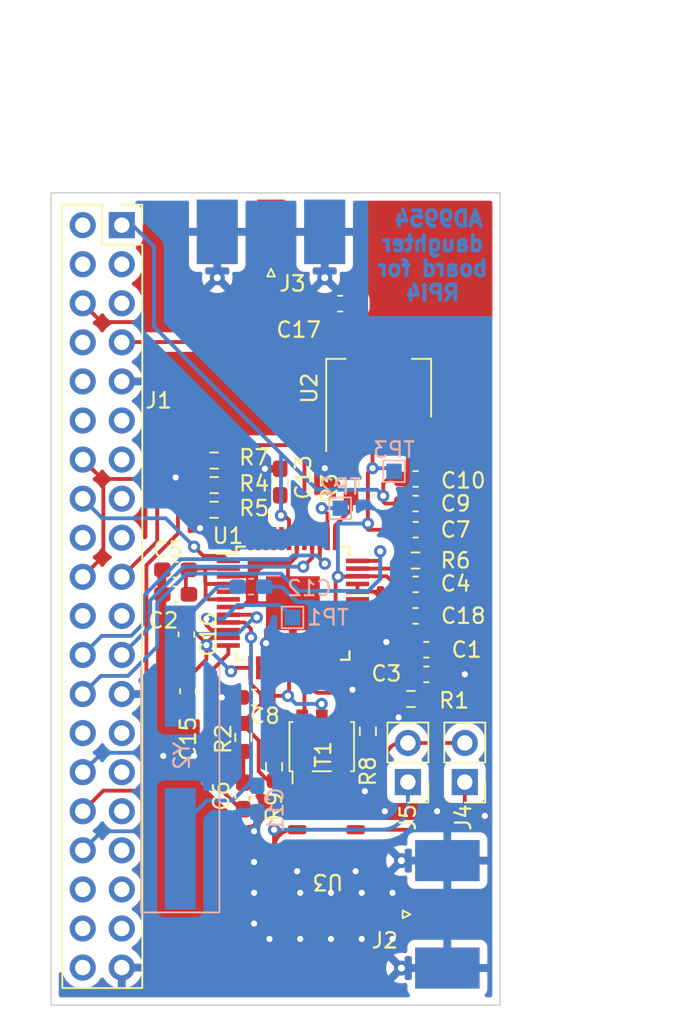
<source format=kicad_pcb>
(kicad_pcb (version 20211014) (generator pcbnew)
  (layers (0 "F.Cu" signal) (31 "B.Cu" signal) (34 "B.Paste" user) (35 "F.Paste" user) (36 "B.SilkS" user "B.Silkscreen") (37 "F.SilkS" user "F.Silkscreen") (38 "B.Mask" user) (39 "F.Mask" user) (44 "Edge.Cuts" user))
  (net 0 "")
  (net 1 "Net-(C1-Pad1)")
  (net 2 "GND")
  (net 3 "Net-(C6-Pad1)")
  (net 4 "Net-(C6-Pad2)")
  (net 6 "Net-(J2-Pad1)")
  (net 7 "Net-(R1-Pad1)")
  (net 8 "Net-(C11-Pad1)")
  (net 9 "Net-(C12-Pad1)")
  (net 10 "Net-(J1-Pad26)")
  (net 11 "Net-(J1-Pad32)")
  (net 12 "Net-(R3-Pad2)")
  (net 13 "Net-(J1-Pad24)")
  (net 14 "Net-(J1-Pad23)")
  (net 15 "Net-(J1-Pad19)")
  (net 18 "Net-(R4-Pad1)")
  (net 34 "Net-(R5-Pad1)")
  (net 41 "Net-(C10-Pad1)")
  (net 42 "Net-(R6-Pad2)")
  (net 43 "Net-(R7-Pad2)")
  (net 44 "Net-(TP1-Pad1)")
  (net 45 "Net-(TP2-Pad1)")
  (net 48 "Net-(J1-Pad7)")
  (net 49 "Net-(J4-Pad1)")
  (net 50 "Net-(J4-Pad2)")
  (net 51 "Net-(C3-Pad2)")
  (net 53 "Net-(R8-Pad1)")
  (net 54 "Net-(R9-Pad1)")
  (net 55 "IO_UPDATE")
  (footprint "Capacitor_SMD:C_0603_1608Metric_Pad1.08x0.95mm_HandSolder" (layer "F.Cu") (at 133.6 102.2 -90)
    (fp_text reference "C16")
    (fp_text value "100n")
  )
  (footprint "Connector_PinHeader_2.54mm:PinHeader_1x02_P2.54mm_Vertical" (layer "F.Cu") (at 148 111.8 180)
    (fp_text reference "J5")
    (fp_text value "Conn_01x02_Male")
  )
  (footprint "Capacitor_SMD:C_0603_1608Metric_Pad1.08x0.95mm_HandSolder" (layer "F.Cu") (at 132.9 98 180)
    (fp_text reference "C5")
    (fp_text value "100n")
  )
  (footprint "Capacitor_SMD:C_0603_1608Metric_Pad1.08x0.95mm_HandSolder" (layer "F.Cu") (at 148.5 93.7)
    (fp_text reference "C9")
    (fp_text value "1n")
  )
  (footprint "Capacitor_SMD:C_0603_1608Metric_Pad1.08x0.95mm_HandSolder" (layer "F.Cu") (at 132.9 99.6 180)
    (fp_text reference "C2")
    (fp_text value "C")
  )
  (footprint "Capacitor_SMD:C_0603_1608Metric_Pad1.08x0.95mm_HandSolder" (layer "F.Cu") (at 148.5 95.4)
    (fp_text reference "C7")
    (fp_text value "100n")
  )
  (footprint "Package_QFP:TQFP-48-1EP_7x7mm_P0.5mm_EP3.5x3.5mm" (layer "F.Cu") (at 140.525 100.175)
    (fp_text reference "U1")
    (fp_text value "AD9951")
  )
  (footprint "Resistor_SMD:R_0603_1608Metric_Pad0.98x0.95mm_HandSolder" (layer "F.Cu") (at 135.4 92.5 180)
    (fp_text reference "R4")
    (fp_text value "0")
  )
  (footprint "Capacitor_SMD:C_0603_1608Metric_Pad1.08x0.95mm_HandSolder" (layer "F.Cu") (at 138 106.3 180)
    (fp_text reference "C8")
    (fp_text value "100n")
  )
  (footprint "Resistor_SMD:R_0603_1608Metric_Pad0.98x0.95mm_HandSolder" (layer "F.Cu") (at 144.3 92.4 -90)
    (fp_text reference "R3")
    (fp_text value "0")
  )
  (footprint "Capacitor_SMD:C_0603_1608Metric_Pad1.08x0.95mm_HandSolder" (layer "F.Cu") (at 149.2 103.2)
    (fp_text reference "C1")
    (fp_text value "100n")
  )
  (footprint "Resistor_SMD:R_0603_1608Metric_Pad0.98x0.95mm_HandSolder" (layer "F.Cu") (at 135.4 94.1 180)
    (fp_text reference "R5")
    (fp_text value "0")
  )
  (footprint "Resistor_SMD:R_0603_1608Metric_Pad0.98x0.95mm_HandSolder" (layer "F.Cu") (at 137.3 108.9 -90)
    (fp_text reference "R2")
    (fp_text value "243")
  )
  (footprint "Resistor_SMD:R_0603_1608Metric_Pad0.98x0.95mm_HandSolder" (layer "F.Cu") (at 148.2 106.4)
    (fp_text reference "R1")
    (fp_text value "3920")
  )
  (footprint "Capacitor_SMD:C_0603_1608Metric_Pad1.08x0.95mm_HandSolder" (layer "F.Cu") (at 148.5 101)
    (fp_text reference "C18")
    (fp_text value "100n")
  )
  (footprint "Capacitor_SMD:C_0603_1608Metric_Pad1.08x0.95mm_HandSolder" (layer "F.Cu") (at 133.7 105.9 -90)
    (fp_text reference "C15")
    (fp_text value "100n")
  )
  (footprint "Capacitor_SMD:C_0603_1608Metric_Pad1.08x0.95mm_HandSolder" (layer "F.Cu") (at 137.3 112.7 90)
    (fp_text reference "C6")
    (fp_text value "10n")
  )
  (footprint "Capacitor_SMD:C_0603_1608Metric_Pad1.08x0.95mm_HandSolder" (layer "F.Cu") (at 148.5 98.95)
    (fp_text reference "C4")
    (fp_text value "100n")
  )
  (footprint "SAW:5x5" (layer "F.Cu") (at 142.7 114.9 180)
    (fp_text reference "U3")
    (fp_text value "5x5")
  )
  (footprint "Resistor_SMD:R_0603_1608Metric_Pad0.98x0.95mm_HandSolder" (layer "F.Cu") (at 148.5 97.4 180)
    (fp_text reference "R6")
    (fp_text value "0")
  )
  (footprint "Resistor_SMD:R_0603_1608Metric_Pad0.98x0.95mm_HandSolder" (layer "F.Cu") (at 135.4 90.9)
    (fp_text reference "R7")
    (fp_text value "0")
  )
  (footprint "Transformer_SMD:Transformer_MACOM_SM-22" (layer "F.Cu") (at 142.4 109.5 90)
    (fp_text reference "T1")
    (fp_text value "Transformer_1P_SS")
  )
  (footprint "Connector_PinSocket_2.54mm:PinSocket_2x20_P2.54mm_Vertical" (layer "F.Cu") (at 129.4 75.6)
    (fp_text reference "J1")
    (fp_text value "Raspberry_Pi_2_3")
  )
  (footprint "Capacitor_SMD:C_0603_1608Metric_Pad1.08x0.95mm_HandSolder" (layer "F.Cu") (at 139.7 92.3 90)
    (fp_text reference "C13")
    (fp_text value "100n")
  )
  (footprint "Capacitor_SMD:C_0603_1608Metric_Pad1.08x0.95mm_HandSolder" (layer "F.Cu") (at 149.2 104.8 180)
    (fp_text reference "C3")
    (fp_text value "1u")
  )
  (footprint "Connector_Coaxial:SMA_Molex_73251-2120_EdgeMount_Horizontal" (layer "F.Cu") (at 150.565 120.4)
    (fp_text reference "J2")
    (fp_text value "Conn_Coaxial")
  )
  (footprint "Package_TO_SOT_SMD:SOT-223-3_TabPin2" (layer "F.Cu") (at 146.1 86.2 90)
    (fp_text reference "U2")
    (fp_text value "LM1117-1.8")
  )
  (footprint "Resistor_SMD:R_0603_1608Metric_Pad0.98x0.95mm_HandSolder" (layer "F.Cu") (at 145.4 108.5 -90)
    (fp_text reference "R8")
    (fp_text value "25")
  )
  (footprint "Capacitor_SMD:C_0603_1608Metric_Pad1.08x0.95mm_HandSolder" (layer "F.Cu") (at 143.6 80.7 180)
    (fp_text reference "C17")
    (fp_text value "100n")
  )
  (footprint "Capacitor_SMD:C_0603_1608Metric_Pad1.08x0.95mm_HandSolder" (layer "F.Cu") (at 148.5 92.1)
    (fp_text reference "C10")
    (fp_text value "4.7u")
  )
  (footprint "Connector_Coaxial:SMA_Molex_73251-2120_EdgeMount_Horizontal" (layer "F.Cu") (at 139.1 76.035 90)
    (fp_text reference "J3")
    (fp_text value "Conn_Coaxial")
  )
  (footprint "Connector_PinHeader_2.54mm:PinHeader_1x02_P2.54mm_Vertical" (layer "F.Cu") (at 151.7 111.8 180)
    (fp_text reference "J4")
    (fp_text value "Conn_01x02_Male")
  )
  (footprint "Resistor_SMD:R_0603_1608Metric_Pad0.98x0.95mm_HandSolder" (layer "F.Cu") (at 139.3 110.8 -90)
    (fp_text reference "R9")
    (fp_text value "25")
  )
  (footprint "Capacitor_SMD:C_0603_1608Metric_Pad1.08x0.95mm_HandSolder" (layer "B.Cu") (at 137.8 99.1)
    (fp_text reference "C12")
    (fp_text value "27p")
  )
  (footprint "TestPoint:TestPoint_Pad_1.0x1.0mm" (layer "B.Cu") (at 140.5 101.1 180)
    (fp_text reference "TP1")
    (fp_text value "TestPoint")
  )
  (footprint "Crystal:Crystal_SMD_HC49-SD_HandSoldering" (layer "B.Cu") (at 133.2 110.2 90)
    (fp_text reference "Y2")
    (fp_text value "20M")
  )
  (footprint "TestPoint:TestPoint_Pad_1.0x1.0mm" (layer "B.Cu") (at 147.1 91.6 180)
    (fp_text reference "TP3")
    (fp_text value "TestPoint")
  )
  (footprint "Capacitor_SMD:C_0603_1608Metric_Pad1.08x0.95mm_HandSolder" (layer "B.Cu") (at 138.2 112.9 -90)
    (fp_text reference "C11")
    (fp_text value "27p")
  )
  (footprint "TestPoint:TestPoint_Pad_1.0x1.0mm" (layer "B.Cu") (at 143.6 94 180)
    (fp_text reference "TP2")
    (fp_text value "TestPoint")
  )
  (gr_rect (start 154 126.3) (end 124.8 73.5) (layer "Edge.Cuts") (width 0.1) (fill none))
  (gr_text "AD9954 \ndaughter\nboard for\nRPi4" (at 149.6 77.6) (layer "B.Cu") (effects (font (size 1 1) (thickness 0.25)) (justify mirror)))
  (segment (start 143.3 101.3) (end 143.3 98.6) (width 0.25) (layer "F.Cu") (net 1))
  (segment (start 142.4 109.1) (end 142.4 107.785) (width 0.25) (layer "F.Cu") (net 1))
  (segment (start 134.9 103.8375) (end 133.7 105.0375) (width 0.25) (layer "F.Cu") (net 1))
  (segment (start 137.775 105.4125) (end 138.6625 106.3) (width 0.25) (layer "F.Cu") (net 1))
  (segment (start 144.725 102.925) (end 145.4 103.6) (width 0.25) (layer "F.Cu") (net 1))
  (segment (start 140.275 104.375) (end 140.275 106.125) (width 0.25) (layer "F.Cu") (net 1))
  (segment (start 138.3 111.1) (end 138.9125 111.7125) (width 0.25) (layer "F.Cu") (net 1))
  (segment (start 138.9625 106.2) (end 138.8625 106.3) (width 0.25) (layer "F.Cu") (net 1))
  (segment (start 139.275 105.8875) (end 138.8625 106.3) (width 0.25) (layer "F.Cu") (net 1))
  (segment (start 135.275 102.425) (end 135 102.7) (width 0.25) (layer "F.Cu") (net 1))
  (segment (start 136.325 99.925) (end 135.025 99.925) (width 0.25) (layer "F.Cu") (net 1))
  (segment (start 144.4625 81.4125) (end 146.1 83.05) (width 0.25) (layer "F.Cu") (net 1))
  (segment (start 134.85 98.85) (end 134.825 98.825) (width 0.25) (layer "F.Cu") (net 1))
  (segment (start 135.025 99.925) (end 134.85 99.75) (width 0.25) (layer "F.Cu") (net 1))
  (segment (start 136.325 102.425) (end 135.275 102.425) (width 0.25) (layer "F.Cu") (net 1))
  (segment (start 134.85 99.85) (end 134.85 99.75) (width 0.25) (layer "F.Cu") (net 1))
  (segment (start 137.3 107.9) (end 138.6625 106.5375) (width 0.25) (layer "F.Cu") (net 1))
  (segment (start 148.3375 102.4375) (end 148.3375 103.2) (width 0.25) (layer "F.Cu") (net 1))
  (segment (start 142.4 106.5) (end 142.4 106.714477) (width 0.25) (layer "F.Cu") (net 1))
  (segment (start 138.3 109.1) (end 138.3 111.1) (width 0.25) (layer "F.Cu") (net 1))
  (segment (start 145.7 91.4) (end 145.4 91.7) (width 0.25) (layer "F.Cu") (net 1))
  (segment (start 143.3 101.3) (end 143.3 102.1) (width 0.25) (layer "F.Cu") (net 1))
  (segment (start 143 102.7) (end 141.4 102.7) (width 0.25) (layer "F.Cu") (net 1))
  (segment (start 134.925 98.925) (end 134.85 98.85) (width 0.25) (layer "F.Cu") (net 1))
  (segment (start 147.6375 98.95) (end 147.15 98.95) (width 0.25) (layer "F.Cu") (net 1))
  (segment (start 142.7125 109.4125) (end 142.4 109.1) (width 0.25) (layer "F.Cu") (net 1))
  (segment (start 143 102.7) (end 143.15 102.55) (width 0.25) (layer "F.Cu") (net 1))
  (segment (start 141.4 102.7) (end 140.775 103.325) (width 0.25) (layer "F.Cu") (net 1))
  (segment (start 134.825 98.825) (end 134.825 97.925) (width 0.25) (layer "F.Cu") (net 1))
  (segment (start 139.275 104.375) (end 139.275 105.8875) (width 0.25) (layer "F.Cu") (net 1))
  (segment (start 137.3 107.9875) (end 137.3 108.1) (width 0.25) (layer "F.Cu") (net 1))
  (segment (start 133.5625 98) (end 133.5625 99.6) (width 0.25) (layer "F.Cu") (net 1))
  (segment (start 143.3 102.55) (end 143.3 102.1) (width 0.25) (layer "F.Cu") (net 1))
  (segment (start 147.9375 103.6) (end 148.3375 103.2) (width 0.25) (layer "F.Cu") (net 1))
  (segment (start 137.775 104.375) (end 136.725 104.375) (width 0.25) (layer "F.Cu") (net 1))
  (segment (start 138.6625 106.3) (end 139.2375 106.3) (width 0.25) (layer "F.Cu") (net 1))
  (segment (start 143.475 101.925) (end 144.725 101.925) (width 0.25) (layer "F.Cu") (net 1))
  (segment (start 133.9 101.8) (end 133.9 101.4) (width 0.25) (layer "F.Cu") (net 1))
  (segment (start 134.85 99.75) (end 134.85 98.85) (width 0.25) (layer "F.Cu") (net 1))
  (segment (start 145.4 103.6) (end 147.9375 103.6) (width 0.25) (layer "F.Cu") (net 1))
  (segment (start 136.325 98.925) (end 134.925 98.925) (width 0.25) (layer "F.Cu") (net 1))
  (segment (start 145.4 91.7) (end 145.4 94.6) (width 0.25) (layer "F.Cu") (net 1))
  (segment (start 143.675 100.925) (end 143.3 101.3) (width 0.25) (layer "F.Cu") (net 1))
  (segment (start 133.9 100.8) (end 134.85 99.85) (width 0.25) (layer "F.Cu") (net 1))
  (segment (start 133.9 101.8) (end 135 102.9) (width 0.25) (layer "F.Cu") (net 1))
  (segment (start 133.6 101.3375) (end 133.8375 101.3375) (width 0.25) (layer "F.Cu") (net 1))
  (segment (start 145.7 89.35) (end 145.7 83.05) (width 0.25) (layer "F.Cu") (net 1))
  (segment (start 144.725 98.425) (end 146.625 98.425) (width 0.25) (layer "F.Cu") (net 1))
  (segment (start 140.275 106.125) (end 140.2 106.2) (width 0.25) (layer "F.Cu") (net 1))
  (segment (start 146.625 98.425) (end 147 98.8) (width 0.25) (layer "F.Cu") (net 1))
  (segment (start 134.825 97.925) (end 133.6375 97.925) (width 0.25) (layer "F.Cu") (net 1))
  (segment (start 138.9125 111.7125) (end 139.3 111.7125) (width 0.25) (layer "F.Cu") (net 1))
  (segment (start 143.45 98.45) (end 144.7 98.45) (width 0.25) (layer "F.Cu") (net 1))
  (segment (start 142.4 107.785) (end 142.4 106.6) (width 0.25) (layer "F.Cu") (net 1))
  (segment (start 133.8375 101.3375) (end 133.9 101.4) (width 0.25) (layer "F.Cu") (net 1))
  (segment (start 145.7 88.5) (end 145.7 91.4) (width 0.25) (layer "F.Cu") (net 1))
  (segment (start 137.3 108.1) (end 138.3 109.1) (width 0.25) (layer "F.Cu") (net 1))
  (segment (start 147.5625 100.925) (end 144.725 100.925) (width 0.25) (layer "F.Cu") (net 1))
  (segment (start 134.9 102.9) (end 134.9 103.8375) (width 0.25) (layer "F.Cu") (net 1))
  (segment (start 144.725 100.925) (end 143.675 100.925) (width 0.25) (layer "F.Cu") (net 1))
  (segment (start 143.15 102.55) (end 143.3 102.55) (width 0.25) (layer "F.Cu") (net 1))
  (segment (start 136.325 97.925) (end 134.825 97.925) (width 0.25) (layer "F.Cu") (net 1))
  (segment (start 145.4 109.4125) (end 142.7125 109.4125) (width 0.25) (layer "F.Cu") (net 1))
  (segment (start 147.825 101.925) (end 148.3375 102.4375) (width 0.25) (layer "F.Cu") (net 1))
  (segment (start 142.4 106.6) (end 142.4 106.5) (width 0.25) (layer "F.Cu") (net 1))
  (segment (start 147.6375 101) (end 147.5625 100.925) (width 0.25) (layer "F.Cu") (net 1))
  (segment (start 144.7 98.45) (end 144.725 98.425) (width 0.25) (layer "F.Cu") (net 1))
  (segment (start 133.9 101.4) (end 133.9 100.8) (width 0.25) (layer "F.Cu") (net 1))
  (segment (start 140.775 103.325) (end 140.775 104.375) (width 0.25) (layer "F.Cu") (net 1))
  (segment (start 144.725 101.925) (end 147.825 101.925) (width 0.25) (layer "F.Cu") (net 1))
  (segment (start 143.3 98.6) (end 143.45 98.45) (width 0.25) (layer "F.Cu") (net 1))
  (segment (start 138.6625 106.5375) (end 138.6625 106.3) (width 0.25) (layer "F.Cu") (net 1))
  (segment (start 137.775 104.375) (end 137.775 105.4125) (width 0.25) (layer "F.Cu") (net 1))
  (segment (start 143.3 102.1) (end 143.475 101.925) (width 0.25) (layer "F.Cu") (net 1))
  (segment (start 135 102.7) (end 135 102.9) (width 0.25) (layer "F.Cu") (net 1))
  (segment (start 140.2 106.2) (end 138.9625 106.2) (width 0.25) (layer "F.Cu") (net 1))
  (segment (start 136.725 104.375) (end 136.5 104.6) (width 0.25) (layer "F.Cu") (net 1))
  (segment (start 147.6375 95.4) (end 145.4 95.4) (width 0.25) (layer "F.Cu") (net 1))
  (segment (start 144.4625 80.7) (end 144.4625 81.4125) (width 0.25) (layer "F.Cu") (net 1))
  (segment (start 140.775 104.375) (end 140.275 104.375) (width 0.25) (layer "F.Cu") (net 1))
  (via (at 140.2 106.2) (size 0.8) (drill 0.4) (layers "F.Cu" "B.Cu") (net 1))
  (via (at 142.389977 106.7245) (size 0.8) (drill 0.4) (layers "F.Cu" "B.Cu") (net 1))
  (via (at 136.5 104.6) (size 0.8) (drill 0.4) (layers "F.Cu" "B.Cu") (net 1))
  (via (at 143.45 98.45) (size 0.8) (drill 0.4) (layers "F.Cu" "B.Cu") (net 1))
  (via (at 145.7 91.4) (size 0.8) (drill 0.4) (layers "F.Cu" "B.Cu") (net 1))
  (via (at 145.4 95) (size 0.8) (drill 0.4) (layers "F.Cu" "B.Cu") (net 1))
  (via (at 134.9 102.9) (size 0.8) (drill 0.4) (layers "F.Cu" "B.Cu") (net 1))
  (arc (start 142.4 106.714477) (mid 142.397064 106.721564) (end 142.389977 106.7245) (width 0.25) (layer "F.Cu") (net 1))
  (arc (start 147.15 98.95) (mid 147.043934 98.906066) (end 147 98.8) (width 0.25) (layer "F.Cu") (net 1))
  (segment (start 135 102.9) (end 135 103.1) (width 0.25) (layer "B.Cu") (net 1))
  (segment (start 145.7 91.4) (end 146.9 91.4) (width 0.25) (layer "B.Cu") (net 1))
  (segment (start 143.45 95) (end 143.45 98.45) (width 0.25) (layer "B.Cu") (net 1))
  (segment (start 142.389977 106.7245) (end 140.7245 106.7245) (width 0.25) (layer "B.Cu") (net 1))
  (segment (start 146.9 91.4) (end 147.1 91.6) (width 0.25) (layer "B.Cu") (net 1))
  (segment (start 135 103.1) (end 136.5 104.6) (width 0.25) (layer "B.Cu") (net 1))
  (segment (start 140.7245 106.7245) (end 140.2 106.2) (width 0.25) (layer "B.Cu") (net 1))
  (segment (start 143.45 95) (end 145 95) (width 0.25) (layer "B.Cu") (net 1))
  (segment (start 137.6 99.7) (end 137.6 100.05) (width 0.25) (layer "F.Cu") (net 2))
  (segment (start 138.125 100.175) (end 140.525 100.175) (width 0.25) (layer "F.Cu") (net 2))
  (segment (start 138.775 103.325) (end 138.775 104.375) (width 0.25) (layer "F.Cu") (net 2))
  (segment (start 138.275 104.375) (end 138.775 104.375) (width 0.25) (layer "F.Cu") (net 2))
  (segment (start 140.2 97.7) (end 140.2 99.85) (width 0.25) (layer "F.Cu") (net 2))
  (segment (start 138.775 101.925) (end 140.525 100.175) (width 0.25) (layer "F.Cu") (net 2))
  (segment (start 137.475 99.425) (end 137.6 99.55) (width 0.25) (layer "F.Cu") (net 2))
  (segment (start 149.4 98.9875) (end 149.3625 98.95) (width 0.25) (layer "F.Cu") (net 2))
  (segment (start 137.6 100.05) (end 137.225 100.425) (width 0.25) (layer "F.Cu") (net 2))
  (segment (start 139.775 104.375) (end 139.775 103.175) (width 0.25) (layer "F.Cu") (net 2))
  (segment (start 142.275 105.425) (end 142.35 105.5) (width 0.25) (layer "F.Cu") (net 2))
  (segment (start 136.325 98.425) (end 137.525 98.425) (width 0.25) (layer "F.Cu") (net 2))
  (segment (start 144.725 99.425) (end 145.825 99.425) (width 0.25) (layer "F.Cu") (net 2))
  (segment (start 128.12 92.1) (end 130.7 92.1) (width 0.25) (layer "F.Cu") (net 2))
  (segment (start 139.7 91.4375) (end 138.7 91.4375) (width 0.25) (layer "F.Cu") (net 2))
  (segment (start 144.725 102.425) (end 146.325 102.425) (width 0.25) (layer "F.Cu") (net 2))
  (segment (start 144.725 98.925) (end 144.725 99.425) (width 0.25) (layer "F.Cu") (net 2))
  (segment (start 140.775 95.975) (end 140.775 97.125) (width 0.25) (layer "F.Cu") (net 2))
  (segment (start 131.8375 98) (end 131.8375 99.6) (width 0.25) (layer "F.Cu") (net 2))
  (segment (start 136.325 99.425) (end 137.475 99.425) (width 0.25) (layer "F.Cu") (net 2))
  (segment (start 149.4 99.9) (end 149.4 98.9875) (width 0.25) (layer "F.Cu") (net 2))
  (segment (start 144.1 105.5) (end 144.4 105.8) (width 0.25) (layer "F.Cu") (net 2))
  (segment (start 139.775 103.175) (end 139.65 103.05) (width 0.25) (layer "F.Cu") (net 2))
  (segment (start 134 90.9) (end 133.2 91.7) (width 0.25) (layer "F.Cu") (net 2))
  (segment (start 133.2 91.7) (end 132.9 92) (width 0.25) (layer "F.Cu") (net 2))
  (segment (start 137.225 100.425) (end 136.325 100.425) (width 0.25) (layer "F.Cu") (net 2))
  (segment (start 126.86 80.68) (end 128.08 81.9) (width 0.25) (layer "F.Cu") (net 2))
  (segment (start 146.325 102.425) (end 146.6 102.7) (width 0.25) (layer "F.Cu") (net 2))
  (segment (start 140.2 99.85) (end 140.525 100.175) (width 0.25) (layer "F.Cu") (net 2))
  (segment (start 137.525 98.425) (end 137.6 98.5) (width 0.25) (layer "F.Cu") (net 2))
  (segment (start 142.35 105.5) (end 144.1 105.5) (width 0.25) (layer "F.Cu") (net 2))
  (segment (start 140.775 97.125) (end 140.2 97.7) (width 0.25) (layer "F.Cu") (net 2))
  (segment (start 145.825 99.425) (end 146.3 99.9) (width 0.25) (layer "F.Cu") (net 2))
  (segment (start 146.3 99.9) (end 149.4 99.9) (width 0.25) (layer "F.Cu") (net 2))
  (segment (start 142.275 104.375) (end 142.275 105.425) (width 0.25) (layer "F.Cu") (net 2))
  (segment (start 126.86 98.46) (end 128.2 97.12) (width 0.25) (layer "F.Cu") (net 2))
  (segment (start 138 100.05) (end 137.6 100.05) (width 0.25) (layer "F.Cu") (net 2))
  (segment (start 138.775 103.175) (end 138.775 103.325) (width 0.25) (layer "F.Cu") (net 2))
  (segment (start 137.6 99.55) (end 137.6 99.7) (width 0.25) (layer "F.Cu") (net 2))
  (segment (start 134.4875 90.9) (end 134 90.9) (width 0.25) (layer "F.Cu") (net 2))
  (segment (start 138.775 102.775) (end 138.775 101.925) (width 0.25) (layer "F.Cu") (net 2))
  (segment (start 138.9 103.05) (end 138.775 103.175) (width 0.25) (layer "F.Cu") (net 2))
  (segment (start 128.08 81.9) (end 130.6 81.9) (width 0.25) (layer "F.Cu") (net 2))
  (segment (start 137.6 98.5) (end 137.6 99.7) (width 0.25) (layer "F.Cu") (net 2))
  (segment (start 128.2 97.12) (end 128.2 92.1) (width 0.25) (layer "F.Cu") (net 2))
  (segment (start 126.86 90.84) (end 128.12 92.1) (width 0.25) (layer "F.Cu") (net 2))
  (segment (start 138.125 100.175) (end 138 100.05) (width 0.25) (layer "F.Cu") (net 2))
  (segment (start 139.65 103.05) (end 138.9 103.05) (width 0.25) (layer "F.Cu") (net 2))
  (segment (start 133.2 91.7) (end 133.1 91.8) (width 0.25) (layer "F.Cu") (net 2))
  (segment (start 138.775 103.325) (end 138.775 102.775) (width 0.25) (layer "F.Cu") (net 2))
  (segment (start 134.4875 94.1) (end 134.4875 95.3) (width 0.25) (layer "F.Cu") (net 2))
  (via (at 138 117) (size 0.8) (drill 0.4) (layers "F.Cu" "B.Cu") (net 2))
  (via (at 138 121) (size 0.8) (drill 0.4) (layers "F.Cu" "B.Cu") (net 2))
  (via (at 147 119) (size 0.8) (drill 0.4) (layers "F.Cu" "B.Cu") (net 2))
  (via (at 151.7 104.8) (size 0.8) (drill 0.4) (layers "F.Cu" "B.Cu") (net 2))
  (via (at 132.1 110.1) (size 0.8) (drill 0.4) (layers "F.Cu" "B.Cu") (net 2))
  (via (at 138 115) (size 0.8) (drill 0.4) (layers "F.Cu" "B.Cu") (net 2))
  (via (at 135.9 106.3) (size 0.8) (drill 0.4) (layers "F.Cu" "B.Cu") (net 2))
  (via (at 138.775 102.775) (size 0.8) (drill 0.4) (layers "F.Cu" "B.Cu") (net 2))
  (via (at 142.6 91.4) (size 0.8) (drill 0.4) (layers "F.Cu" "B.Cu") (net 2))
  (via (at 149.9 113.7) (size 0.8) (drill 0.4) (layers "F.Cu" "B.Cu") (net 2))
  (via (at 139 122) (size 0.8) (drill 0.4) (layers "F.Cu" "B.Cu") (net 2))
  (via (at 147 122) (size 0.8) (drill 0.4) (layers "F.Cu" "B.Cu") (net 2))
  (via (at 145 119) (size 0.8) (drill 0.4) (layers "F.Cu" "B.Cu") (net 2))
  (via (at 141 119) (size 0.8) (drill 0.4) (layers "F.Cu" "B.Cu") (net 2))
  (via (at 146.5 113.7) (size 0.8) (drill 0.4) (layers "F.Cu" "B.Cu") (net 2))
  (via (at 138.7 91.4375) (size 0.8) (drill 0.4) (layers "F.Cu" "B.Cu") (net 2))
  (via (at 144.4 105.8) (size 0.8) (drill 0.4) (layers "F.Cu" "B.Cu") (net 2))
  (via (at 138 119) (size 0.8) (drill 0.4) (layers "F.Cu" "B.Cu") (net 2))
  (via (at 141 122) (size 0.8) (drill 0.4) (layers "F.Cu" "B.Cu") (net 2))
  (via (at 140.8 117.6) (size 0.8) (drill 0.4) (layers "F.Cu" "B.Cu") (net 2))
  (via (at 143 119) (size 0.8) (drill 0.4) (layers "F.Cu" "B.Cu") (net 2))
  (via (at 134.4875 95.3) (size 0.8) (drill 0.4) (layers "F.Cu" "B.Cu") (net 2))
  (via (at 145.2 112.4) (size 0.8) (drill 0.4) (layers "F.Cu" "B.Cu") (net 2))
  (via (at 143 122) (size 0.8) (drill 0.4) (layers "F.Cu" "B.Cu") (net 2))
  (via (at 147.4 107.6) (size 0.8) (drill 0.4) (layers "F.Cu" "B.Cu") (net 2))
  (via (at 134.1 110.1) (size 0.8) (drill 0.4) (layers "F.Cu" "B.Cu") (net 2))
  (via (at 153 114) (size 0.8) (drill 0.4) (layers "F.Cu" "B.Cu") (net 2))
  (via (at 144.6 117.6) (size 0.8) (drill 0.4) (layers "F.Cu" "B.Cu") (net 2))
  (via (at 132.9 92) (size 0.8) (drill 0.4) (layers "F.Cu" "B.Cu") (net 2))
  (via (at 145 122) (size 0.8) (drill 0.4) (layers "F.Cu" "B.Cu") (net 2))
  (via (at 146.6 102.7) (size 0.8) (drill 0.4) (layers "F.Cu" "B.Cu") (net 2))
  (segment (start 128.12 109.9) (end 130.5 109.9) (width 0.25) (layer "B.Cu") (net 2))
  (segment (start 126.86 111.16) (end 128.12 109.9) (width 0.25) (layer "B.Cu") (net 2))
  (segment (start 138.6625 99.1) (end 139.8 99.1) (width 0.25) (layer "B.Cu") (net 2))
  (segment (start 126.86 116.24) (end 128.1 115) (width 0.25) (layer "B.Cu") (net 2))
  (segment (start 140.8 100.1) (end 141.8 100.1) (width 0.25) (layer "B.Cu") (net 2))
  (segment (start 139.8 99.1) (end 140.8 100.1) (width 0.25) (layer "B.Cu") (net 2))
  (segment (start 128.1 115) (end 130.5 115) (width 0.25) (layer "B.Cu") (net 2))
  (segment (start 135.1 104.7) (end 135.1 111.5375) (width 0.25) (layer "F.Cu") (net 3))
  (segment (start 135.1 111.5375) (end 137.3 113.7375) (width 0.25) (layer "F.Cu") (net 3))
  (segment (start 136.325 102.925) (end 136.325 103.475) (width 0.25) (layer "F.Cu") (net 3))
  (segment (start 136.325 103.475) (end 135.1 104.7) (width 0.25) (layer "F.Cu") (net 3))
  (segment (start 137.3 109.9) (end 137.3 111.6625) (width 0.25) (layer "F.Cu") (net 4))
  (segment (start 151.165 120.4) (end 140.7 120.4) (width 0.25) (layer "F.Cu") (net 6))
  (segment (start 139.3 116.1) (end 139.3 117) (width 0.25) (layer "F.Cu") (net 6))
  (segment (start 139.3 119) (end 139.3 117) (width 0.25) (layer "F.Cu") (net 6))
  (segment (start 139.3 114.9) (end 139.3 116.1) (width 0.25) (layer "F.Cu") (net 6))
  (via (at 139.3 114.9) (size 0.8) (drill 0.4) (layers "F.Cu" "B.Cu") (net 6))
  (arc (start 140.5 114.9) (mid 139.651472 115.251472) (end 139.3 116.1) (width 0.25) (layer "F.Cu") (net 6))
  (arc (start 140.7 120.4) (mid 139.710051 119.989949) (end 139.3 119) (width 0.25) (layer "F.Cu") (net 6))
  (segment (start 146.3 114.9) (end 139.3 114.9) (width 0.25) (layer "B.Cu") (net 6))
  (segment (start 148 111.8) (end 148 113.2) (width 0.25) (layer "B.Cu") (net 6))
  (arc (start 148 113.2) (mid 147.502082 114.402082) (end 146.3 114.9) (width 0.25) (layer "B.Cu") (net 6))
  (segment (start 143.5 104.8) (end 144.9 104.8) (width 0.25) (layer "F.Cu") (net 7))
  (segment (start 146.5 106.4) (end 147.2875 106.4) (width 0.25) (layer "F.Cu") (net 7))
  (segment (start 143.275 104.575) (end 143.45 104.75) (width 0.25) (layer "F.Cu") (net 7))
  (segment (start 143.275 104.375) (end 143.275 104.575) (width 0.25) (layer "F.Cu") (net 7))
  (segment (start 144.9 104.8) (end 146.5 106.4) (width 0.25) (layer "F.Cu") (net 7))
  (arc (start 143.45 104.75) (mid 143.464645 104.785355) (end 143.5 104.8) (width 0.25) (layer "F.Cu") (net 7))
  (segment (start 137.375 101.425) (end 137.8 101.85) (width 0.25) (layer "F.Cu") (net 8))
  (segment (start 137.8 101.85) (end 137.8 102.4) (width 0.25) (layer "F.Cu") (net 8))
  (segment (start 136.325 101.425) (end 137.375 101.425) (width 0.25) (layer "F.Cu") (net 8))
  (via (at 137.8 102.4) (size 0.8) (drill 0.4) (layers "F.Cu" "B.Cu") (net 8))
  (segment (start 134.9375 113) (end 136.5 113) (width 0.25) (layer "B.Cu") (net 8))
  (segment (start 137.8 111.8) (end 136.6 113) (width 0.25) (layer "B.Cu") (net 8))
  (segment (start 137.8 102.4) (end 137.8 111.9) (width 0.25) (layer "B.Cu") (net 8))
  (segment (start 137.9375 112.0375) (end 137.8 111.9) (width 0.25) (layer "B.Cu") (net 8))
  (segment (start 133.3 114.6375) (end 134.9375 113) (width 0.25) (layer "B.Cu") (net 8))
  (segment (start 138.2 112.0375) (end 137.9375 112.0375) (width 0.25) (layer "B.Cu") (net 8))
  (segment (start 138.000498 100.925) (end 138.175498 101.1) (width 0.25) (layer "F.Cu") (net 9))
  (segment (start 136.325 100.925) (end 138.000498 100.925) (width 0.25) (layer "F.Cu") (net 9))
  (via (at 138.175498 101.1) (size 0.8) (drill 0.4) (layers "F.Cu" "B.Cu") (net 9))
  (segment (start 136.9375 99.1) (end 135.6375 99.1) (width 0.25) (layer "B.Cu") (net 9))
  (segment (start 138 101.1) (end 138.175498 101.1) (width 0.25) (layer "B.Cu") (net 9))
  (segment (start 136.925 102.175) (end 138 101.1) (width 0.25) (layer "B.Cu") (net 9))
  (segment (start 135.6375 99.1) (end 133.3 101.4375) (width 0.25) (layer "B.Cu") (net 9))
  (segment (start 133.8875 102.175) (end 133.3 102.7625) (width 0.25) (layer "B.Cu") (net 9))
  (segment (start 136.925 102.175) (end 133.8875 102.175) (width 0.25) (layer "B.Cu") (net 9))
  (segment (start 146.2 97.3) (end 146.2 96.9) (width 0.25) (layer "F.Cu") (net 10))
  (segment (start 146.075 97.425) (end 146.2 97.3) (width 0.25) (layer "F.Cu") (net 10))
  (segment (start 146.2 96.9) (end 146.2 96.8) (width 0.25) (layer "F.Cu") (net 10))
  (segment (start 144.725 97.425) (end 146.075 97.425) (width 0.25) (layer "F.Cu") (net 10))
  (via (at 146.2 96.8) (size 0.8) (drill 0.4) (layers "F.Cu" "B.Cu") (net 10))
  (segment (start 126.86 106.08) (end 128.04 104.9) (width 0.25) (layer "B.Cu") (net 10))
  (segment (start 129.8 104.9) (end 131.7 103) (width 0.25) (layer "B.Cu") (net 10))
  (segment (start 146.2 98.6) (end 146.2 96.8) (width 0.25) (layer "B.Cu") (net 10))
  (segment (start 133.625 98.25) (end 139.75 98.25) (width 0.25) (layer "B.Cu") (net 10))
  (segment (start 131.7 100.175) (end 133.625 98.25) (width 0.25) (layer "B.Cu") (net 10))
  (segment (start 139.75 98.25) (end 140.875 99.375) (width 0.25) (layer "B.Cu") (net 10))
  (segment (start 131.7 103) (end 131.7 100.175) (width 0.25) (layer "B.Cu") (net 10))
  (segment (start 128.04 104.9) (end 129.8 104.9) (width 0.25) (layer "B.Cu") (net 10))
  (segment (start 140.875 99.375) (end 145.425 99.375) (width 0.25) (layer "B.Cu") (net 10))
  (segment (start 145.425 99.375) (end 146.2 98.6) (width 0.25) (layer "B.Cu") (net 10))
  (segment (start 133.05085 95.653655) (end 131 97.704505) (width 0.25) (layer "F.Cu") (net 11))
  (segment (start 131 111.9) (end 130.54 112.36) (width 0.25) (layer "F.Cu") (net 11))
  (segment (start 133.05085 94.05085) (end 133.05085 95.653655) (width 0.25) (layer "F.Cu") (net 11))
  (segment (start 134.4875 92.5) (end 134.4875 92.614201) (width 0.25) (layer "F.Cu") (net 11))
  (segment (start 128.2 112.36) (end 126.86 113.7) (width 0.25) (layer "F.Cu") (net 11))
  (segment (start 131 97.704505) (end 131 111.9) (width 0.25) (layer "F.Cu") (net 11))
  (segment (start 134.4875 92.614201) (end 133.05085 94.05085) (width 0.25) (layer "F.Cu") (net 11))
  (segment (start 130.54 112.36) (end 128.2 112.36) (width 0.25) (layer "F.Cu") (net 11))
  (segment (start 143.275 95.975) (end 143.275 95.125) (width 0.25) (layer "F.Cu") (net 12))
  (segment (start 144.3 94.1) (end 144.3 93.3125) (width 0.25) (layer "F.Cu") (net 12))
  (segment (start 143.275 95.125) (end 144.3 94.1) (width 0.25) (layer "F.Cu") (net 12))
  (segment (start 142.275 95.975) (end 142.275 97.275) (width 0.25) (layer "F.Cu") (net 13))
  (segment (start 142.275 97.275) (end 142.6 97.6) (width 0.25) (layer "F.Cu") (net 13))
  (via (at 142.6 97.6) (size 0.8) (drill 0.4) (layers "F.Cu" "B.Cu") (net 13))
  (segment (start 128.1 102.3) (end 130.003604 102.3) (width 0.25) (layer "B.Cu") (net 13))
  (segment (start 130.8 99.727208) (end 133.213604 97.313604) (width 0.25) (layer "B.Cu") (net 13))
  (segment (start 126.86 103.54) (end 128.1 102.3) (width 0.25) (layer "B.Cu") (net 13))
  (segment (start 140.288909 97.313604) (end 140.527513 97.075) (width 0.25) (layer "B.Cu") (net 13))
  (segment (start 130.8 101.503604) (end 130.8 99.727208) (width 0.25) (layer "B.Cu") (net 13))
  (segment (start 133.213604 97.313604) (end 140.288909 97.313604) (width 0.25) (layer "B.Cu") (net 13))
  (segment (start 142.075 97.075) (end 142.6 97.6) (width 0.25) (layer "B.Cu") (net 13))
  (segment (start 140.527513 97.075) (end 142.075 97.075) (width 0.25) (layer "B.Cu") (net 13))
  (segment (start 130.003604 102.3) (end 130.8 101.503604) (width 0.25) (layer "B.Cu") (net 13))
  (segment (start 141.775 95.975) (end 141.775 97.225) (width 0.25) (layer "F.Cu") (net 14))
  (segment (start 141.775 97.225) (end 141.2 97.8) (width 0.25) (layer "F.Cu") (net 14))
  (via (at 141.2 97.8) (size 0.8) (drill 0.4) (layers "F.Cu" "B.Cu") (net 14))
  (segment (start 131.25 101.69) (end 131.25 99.988604) (width 0.25) (layer "B.Cu") (net 14))
  (segment (start 131.25 99.988604) (end 133.438604 97.8) (width 0.25) (layer "B.Cu") (net 14))
  (segment (start 129.4 103.54) (end 131.25 101.69) (width 0.25) (layer "B.Cu") (net 14))
  (segment (start 133.438604 97.8) (end 141.2 97.8) (width 0.25) (layer "B.Cu") (net 14))
  (segment (start 131.7 96.16) (end 131.7 90.6) (width 0.25) (layer "F.Cu") (net 15))
  (segment (start 129.4 98.46) (end 131.7 96.16) (width 0.25) (layer "F.Cu") (net 15))
  (segment (start 132.4 89.9) (end 140.7 89.9) (width 0.25) (layer "F.Cu") (net 15))
  (segment (start 131.7 90.6) (end 132.4 89.9) (width 0.25) (layer "F.Cu") (net 15))
  (segment (start 140.7 89.9) (end 141.275 90.475) (width 0.25) (layer "F.Cu") (net 15))
  (segment (start 141.275 90.475) (end 141.275 95.975) (width 0.25) (layer "F.Cu") (net 15))
  (segment (start 136.3125 92.5) (end 138.275 94.4625) (width 0.25) (layer "F.Cu") (net 18))
  (segment (start 138.275 94.4625) (end 138.275 95.975) (width 0.25) (layer "F.Cu") (net 18))
  (segment (start 136.3125 94.1) (end 137.2 94.1) (width 0.25) (layer "F.Cu") (net 34))
  (segment (start 137.2 94.1) (end 137.775 94.675) (width 0.25) (layer "F.Cu") (net 34))
  (segment (start 137.775 94.675) (end 137.775 95.975) (width 0.25) (layer "F.Cu") (net 34))
  (segment (start 146.6 93.7) (end 147.6375 93.7) (width 0.25) (layer "F.Cu") (net 41))
  (segment (start 148 91.7375) (end 148 89.35) (width 0.25) (layer "F.Cu") (net 41))
  (segment (start 147.6375 92.1) (end 148 91.7375) (width 0.25) (layer "F.Cu") (net 41))
  (segment (start 140.275 94.775) (end 139.9745 94.4745) (width 0.25) (layer "F.Cu") (net 41))
  (segment (start 139.75 93.2125) (end 139.7 93.1625) (width 0.25) (layer "F.Cu") (net 41))
  (segment (start 147.6375 92.1) (end 146.7 92.1) (width 0.25) (layer "F.Cu") (net 41))
  (segment (start 139.75 94.4745) (end 139.75 93.2125) (width 0.25) (layer "F.Cu") (net 41))
  (segment (start 146.4 92.4) (end 146.4 93.2) (width 0.25) (layer "F.Cu") (net 41))
  (segment (start 146.7 92.1) (end 146.4 92.4) (width 0.25) (layer "F.Cu") (net 41))
  (segment (start 139.9745 94.4745) (end 139.75 94.4745) (width 0.25) (layer "F.Cu") (net 41))
  (segment (start 146.4 93.2) (end 146.4 93.5) (width 0.25) (layer "F.Cu") (net 41))
  (segment (start 140.275 95.975) (end 140.275 94.775) (width 0.25) (layer "F.Cu") (net 41))
  (via (at 139.75 94.4745) (size 0.8) (drill 0.4) (layers "F.Cu" "B.Cu") (net 41))
  (via (at 146.4 93.2) (size 0.8) (drill 0.4) (layers "F.Cu" "B.Cu") (net 41))
  (arc (start 146.4 93.5) (mid 146.458579 93.641421) (end 146.6 93.7) (width 0.25) (layer "F.Cu") (net 41))
  (segment (start 131.5 77) (end 131.5 82.2) (width 0.25) (layer "B.Cu") (net 41))
  (segment (start 146 92.8) (end 146.4 93.2) (width 0.25) (layer "B.Cu") (net 41))
  (segment (start 131.5 82.2) (end 139.75 90.45) (width 0.25) (layer "B.Cu") (net 41))
  (segment (start 143.2 92.8) (end 142.1 92.8) (width 0.25) (layer "B.Cu") (net 41))
  (segment (start 139.75 90.45) (end 139.75 91.05) (width 0.25) (layer "B.Cu") (net 41))
  (segment (start 143.2 92.8) (end 146 92.8) (width 0.25) (layer "B.Cu") (net 41))
  (segment (start 142.3 92.8) (end 143.2 92.8) (width 0.25) (layer "B.Cu") (net 41))
  (segment (start 139.75 92.95) (end 139.75 91.05) (width 0.25) (layer "B.Cu") (net 41))
  (segment (start 130.1 75.6) (end 131.5 77) (width 0.25) (layer "B.Cu") (net 41))
  (segment (start 142.1 92.8) (end 139.75 90.45) (width 0.25) (layer "B.Cu") (net 41))
  (segment (start 129.4 75.6) (end 130.1 75.6) (width 0.25) (layer "B.Cu") (net 41))
  (segment (start 139.75 92.95) (end 139.75 94.4745) (width 0.25) (layer "B.Cu") (net 41))
  (arc (start 146.15 92.95) (mid 146.326777 93.023223) (end 146.4 93.2) (width 0.25) (layer "B.Cu") (net 41))
  (segment (start 144.725 97.925) (end 147.0625 97.925) (width 0.25) (layer "F.Cu") (net 42))
  (segment (start 147.0625 97.925) (end 147.5875 97.4) (width 0.25) (layer "F.Cu") (net 42))
  (segment (start 138.775 93.3625) (end 138.775 95.975) (width 0.25) (layer "F.Cu") (net 43))
  (segment (start 136.3125 90.9) (end 138.775 93.3625) (width 0.25) (layer "F.Cu") (net 43))
  (segment (start 134.9 101.6) (end 135.225 101.925) (width 0.25) (layer "F.Cu") (net 44))
  (segment (start 134.9 101.2) (end 134.9 101.6) (width 0.25) (layer "F.Cu") (net 44))
  (segment (start 136.325 101.925) (end 135.225 101.925) (width 0.25) (layer "F.Cu") (net 44))
  (via (at 134.9 101.2) (size 0.8) (drill 0.4) (layers "F.Cu" "B.Cu") (net 44))
  (segment (start 136.9 100.3) (end 139.7 100.3) (width 0.25) (layer "B.Cu") (net 44))
  (segment (start 134.9 101.2) (end 136 101.2) (width 0.25) (layer "B.Cu") (net 44))
  (segment (start 139.7 100.3) (end 140.5 101.1) (width 0.25) (layer "B.Cu") (net 44))
  (segment (start 136 101.2) (end 136.9 100.3) (width 0.25) (layer "B.Cu") (net 44))
  (segment (start 142.775 95.975) (end 142.775 94.475) (width 0.25) (layer "F.Cu") (net 45))
  (segment (start 142.4 94) (end 142.775 94.375) (width 0.25) (layer "F.Cu") (net 45))
  (segment (start 142.775 94.375) (end 142.775 94.475) (width 0.25) (layer "F.Cu") (net 45))
  (via (at 142.4 94) (size 0.8) (drill 0.4) (layers "F.Cu" "B.Cu") (net 45))
  (segment (start 143.6 94) (end 142.4 94) (width 0.25) (layer "B.Cu") (net 45))
  (segment (start 129.42 83.2) (end 134.8 83.2) (width 0.25) (layer "F.Cu") (net 48))
  (segment (start 139.1 78.9) (end 139.1 76.035) (width 0.25) (layer "F.Cu") (net 48))
  (arc (start 134.8 83.2) (mid 137.840559 81.940559) (end 139.1 78.9) (width 0.25) (layer "F.Cu") (net 48))
  (arc (start 129.4 83.22) (mid 129.405858 83.205858) (end 129.42 83.2) (width 0.25) (layer "F.Cu") (net 48))
  (segment (start 151.7 113.4) (end 151.7 111.8) (width 0.25) (layer "F.Cu") (net 49))
  (segment (start 144.6 114.9) (end 150.2 114.9) (width 0.25) (layer "F.Cu") (net 49))
  (arc (start 150.2 114.9) (mid 151.26066 114.46066) (end 151.7 113.4) (width 0.25) (layer "F.Cu") (net 49))
  (segment (start 148 109.26) (end 151.7 109.26) (width 0.25) (layer "F.Cu") (net 50))
  (segment (start 143.67 111.215) (end 145.585 111.215) (width 0.25) (layer "F.Cu") (net 50))
  (segment (start 147.54 109.26) (end 148 109.26) (width 0.25) (layer "F.Cu") (net 50))
  (arc (start 145.585 111.215) (mid 146.302713 110.917713) (end 146.6 110.2) (width 0.25) (layer "F.Cu") (net 50))
  (arc (start 146.6 110.2) (mid 146.87532 109.53532) (end 147.54 109.26) (width 0.25) (layer "F.Cu") (net 50))
  (segment (start 144.7 104.35) (end 145.15 104.35) (width 0.25) (layer "F.Cu") (net 51))
  (segment (start 145.6 104.8) (end 148.3375 104.8) (width 0.25) (layer "F.Cu") (net 51))
  (segment (start 142.775 103.325) (end 142.95 103.15) (width 0.25) (layer "F.Cu") (net 51))
  (segment (start 142.95 103.15) (end 143.5 103.15) (width 0.25) (layer "F.Cu") (net 51))
  (segment (start 142.775 104.375) (end 142.775 103.325) (width 0.25) (layer "F.Cu") (net 51))
  (segment (start 143.5 103.15) (end 144.7 104.35) (width 0.25) (layer "F.Cu") (net 51))
  (segment (start 145.15 104.35) (end 145.6 104.8) (width 0.25) (layer "F.Cu") (net 51))
  (segment (start 143.67 106.468994) (end 143.67 107.785) (width 0.25) (layer "F.Cu") (net 53))
  (segment (start 141.775 104.375) (end 141.775 105.575) (width 0.25) (layer "F.Cu") (net 53))
  (segment (start 142.2 106) (end 143.201006 106) (width 0.25) (layer "F.Cu") (net 53))
  (segment (start 143.67 107.785) (end 145.2025 107.785) (width 0.25) (layer "F.Cu") (net 53))
  (segment (start 145.2025 107.785) (end 145.4 107.5875) (width 0.25) (layer "F.Cu") (net 53))
  (arc (start 143.201006 106) (mid 143.532635 106.137365) (end 143.67 106.468994) (width 0.25) (layer "F.Cu") (net 53))
  (arc (start 141.775 105.575) (mid 141.89948 105.87552) (end 142.2 106) (width 0.25) (layer "F.Cu") (net 53))
  (segment (start 141.275 104.375) (end 141.275 107.64) (width 0.25) (layer "F.Cu") (net 54))
  (segment (start 141.13 107.785) (end 141.13 108.0575) (width 0.25) (layer "F.Cu") (net 54))
  (segment (start 141.275 107.64) (end 141.13 107.785) (width 0.25) (layer "F.Cu") (net 54))
  (segment (start 141.13 108.0575) (end 139.3 109.8875) (width 0.25) (layer "F.Cu") (net 54))
  (segment (start 136.325 97.425) (end 136 97.1) (width 0.25) (layer "F.Cu") (net 55))
  (segment (start 134.8 97.1) (end 136 97.1) (width 0.25) (layer "F.Cu") (net 55))
  (segment (start 134.7 97.1) (end 134.8 97.1) (width 0.25) (layer "F.Cu") (net 55))
  (segment (start 134.1 96.5) (end 134.7 97.1) (width 0.25) (layer "F.Cu") (net 55))
  (via (at 134.1 96.5) (size 0.8) (drill 0.4) (layers "F.Cu" "B.Cu") (net 55))
  (segment (start 128.134278 94.654278) (end 132.254278 94.654278) (width 0.25) (layer "B.Cu") (net 55))
  (segment (start 132.254278 94.654278) (end 134.1 96.5) (width 0.25) (layer "B.Cu") (net 55))
  (segment (start 126.86 93.38) (end 128.134278 94.654278) (width 0.25) (layer "B.Cu") (net 55))
  (zone (net 2) (net_name "GND") (layer "F.Cu") (connect_pads (clearance 0.508)) (min_thickness 0.254) (fill yes (thermal_gap 0.508) (thermal_bridge_width 0.508))
    (polygon (pts (xy 153.6 125.95) (xy 125.25 125.95) (xy 125.25 73.85) (xy 153.6 73.85)))
  )
  (zone (net 2) (net_name "GND") (layer "B.Cu") (connect_pads (clearance 0.508)) (min_thickness 0.254) (fill yes (thermal_gap 0.508) (thermal_bridge_width 0.508))
    (polygon (pts (xy 153.6 125.95) (xy 125.25 125.95) (xy 125.25 73.85) (xy 153.6 73.85)))
  )
)
</source>
